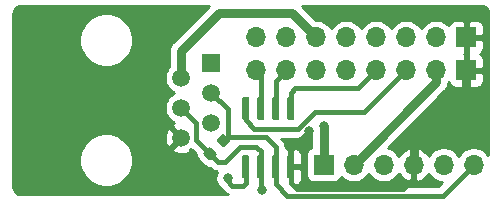
<source format=gbr>
G04 #@! TF.GenerationSoftware,KiCad,Pcbnew,(5.1.5)-3*
G04 #@! TF.CreationDate,2020-07-22T19:36:44+10:00*
G04 #@! TF.ProjectId,USART_BoSL_Bus,55534152-545f-4426-9f53-4c5f4275732e,rev?*
G04 #@! TF.SameCoordinates,Original*
G04 #@! TF.FileFunction,Copper,L2,Bot*
G04 #@! TF.FilePolarity,Positive*
%FSLAX46Y46*%
G04 Gerber Fmt 4.6, Leading zero omitted, Abs format (unit mm)*
G04 Created by KiCad (PCBNEW (5.1.5)-3) date 2020-07-22 19:36:44*
%MOMM*%
%LPD*%
G04 APERTURE LIST*
%ADD10O,1.700000X1.700000*%
%ADD11R,1.700000X1.700000*%
%ADD12C,0.150000*%
%ADD13R,1.520000X1.520000*%
%ADD14C,1.520000*%
%ADD15C,0.800000*%
%ADD16C,0.800000*%
%ADD17C,0.400000*%
%ADD18C,0.254000*%
G04 APERTURE END LIST*
D10*
X145161000Y-126746000D03*
X142621000Y-126746000D03*
X140081000Y-126746000D03*
X137541000Y-126746000D03*
X135001000Y-126746000D03*
D11*
X132461000Y-126746000D03*
G04 #@! TA.AperFunction,SMDPad,CuDef*
D12*
G36*
X126021703Y-125960722D02*
G01*
X126036264Y-125962882D01*
X126050543Y-125966459D01*
X126064403Y-125971418D01*
X126077710Y-125977712D01*
X126090336Y-125985280D01*
X126102159Y-125994048D01*
X126113066Y-126003934D01*
X126122952Y-126014841D01*
X126131720Y-126026664D01*
X126139288Y-126039290D01*
X126145582Y-126052597D01*
X126150541Y-126066457D01*
X126154118Y-126080736D01*
X126156278Y-126095297D01*
X126157000Y-126110000D01*
X126157000Y-127760000D01*
X126156278Y-127774703D01*
X126154118Y-127789264D01*
X126150541Y-127803543D01*
X126145582Y-127817403D01*
X126139288Y-127830710D01*
X126131720Y-127843336D01*
X126122952Y-127855159D01*
X126113066Y-127866066D01*
X126102159Y-127875952D01*
X126090336Y-127884720D01*
X126077710Y-127892288D01*
X126064403Y-127898582D01*
X126050543Y-127903541D01*
X126036264Y-127907118D01*
X126021703Y-127909278D01*
X126007000Y-127910000D01*
X125707000Y-127910000D01*
X125692297Y-127909278D01*
X125677736Y-127907118D01*
X125663457Y-127903541D01*
X125649597Y-127898582D01*
X125636290Y-127892288D01*
X125623664Y-127884720D01*
X125611841Y-127875952D01*
X125600934Y-127866066D01*
X125591048Y-127855159D01*
X125582280Y-127843336D01*
X125574712Y-127830710D01*
X125568418Y-127817403D01*
X125563459Y-127803543D01*
X125559882Y-127789264D01*
X125557722Y-127774703D01*
X125557000Y-127760000D01*
X125557000Y-126110000D01*
X125557722Y-126095297D01*
X125559882Y-126080736D01*
X125563459Y-126066457D01*
X125568418Y-126052597D01*
X125574712Y-126039290D01*
X125582280Y-126026664D01*
X125591048Y-126014841D01*
X125600934Y-126003934D01*
X125611841Y-125994048D01*
X125623664Y-125985280D01*
X125636290Y-125977712D01*
X125649597Y-125971418D01*
X125663457Y-125966459D01*
X125677736Y-125962882D01*
X125692297Y-125960722D01*
X125707000Y-125960000D01*
X126007000Y-125960000D01*
X126021703Y-125960722D01*
G37*
G04 #@! TD.AperFunction*
G04 #@! TA.AperFunction,SMDPad,CuDef*
G36*
X127291703Y-125960722D02*
G01*
X127306264Y-125962882D01*
X127320543Y-125966459D01*
X127334403Y-125971418D01*
X127347710Y-125977712D01*
X127360336Y-125985280D01*
X127372159Y-125994048D01*
X127383066Y-126003934D01*
X127392952Y-126014841D01*
X127401720Y-126026664D01*
X127409288Y-126039290D01*
X127415582Y-126052597D01*
X127420541Y-126066457D01*
X127424118Y-126080736D01*
X127426278Y-126095297D01*
X127427000Y-126110000D01*
X127427000Y-127760000D01*
X127426278Y-127774703D01*
X127424118Y-127789264D01*
X127420541Y-127803543D01*
X127415582Y-127817403D01*
X127409288Y-127830710D01*
X127401720Y-127843336D01*
X127392952Y-127855159D01*
X127383066Y-127866066D01*
X127372159Y-127875952D01*
X127360336Y-127884720D01*
X127347710Y-127892288D01*
X127334403Y-127898582D01*
X127320543Y-127903541D01*
X127306264Y-127907118D01*
X127291703Y-127909278D01*
X127277000Y-127910000D01*
X126977000Y-127910000D01*
X126962297Y-127909278D01*
X126947736Y-127907118D01*
X126933457Y-127903541D01*
X126919597Y-127898582D01*
X126906290Y-127892288D01*
X126893664Y-127884720D01*
X126881841Y-127875952D01*
X126870934Y-127866066D01*
X126861048Y-127855159D01*
X126852280Y-127843336D01*
X126844712Y-127830710D01*
X126838418Y-127817403D01*
X126833459Y-127803543D01*
X126829882Y-127789264D01*
X126827722Y-127774703D01*
X126827000Y-127760000D01*
X126827000Y-126110000D01*
X126827722Y-126095297D01*
X126829882Y-126080736D01*
X126833459Y-126066457D01*
X126838418Y-126052597D01*
X126844712Y-126039290D01*
X126852280Y-126026664D01*
X126861048Y-126014841D01*
X126870934Y-126003934D01*
X126881841Y-125994048D01*
X126893664Y-125985280D01*
X126906290Y-125977712D01*
X126919597Y-125971418D01*
X126933457Y-125966459D01*
X126947736Y-125962882D01*
X126962297Y-125960722D01*
X126977000Y-125960000D01*
X127277000Y-125960000D01*
X127291703Y-125960722D01*
G37*
G04 #@! TD.AperFunction*
G04 #@! TA.AperFunction,SMDPad,CuDef*
G36*
X128561703Y-125960722D02*
G01*
X128576264Y-125962882D01*
X128590543Y-125966459D01*
X128604403Y-125971418D01*
X128617710Y-125977712D01*
X128630336Y-125985280D01*
X128642159Y-125994048D01*
X128653066Y-126003934D01*
X128662952Y-126014841D01*
X128671720Y-126026664D01*
X128679288Y-126039290D01*
X128685582Y-126052597D01*
X128690541Y-126066457D01*
X128694118Y-126080736D01*
X128696278Y-126095297D01*
X128697000Y-126110000D01*
X128697000Y-127760000D01*
X128696278Y-127774703D01*
X128694118Y-127789264D01*
X128690541Y-127803543D01*
X128685582Y-127817403D01*
X128679288Y-127830710D01*
X128671720Y-127843336D01*
X128662952Y-127855159D01*
X128653066Y-127866066D01*
X128642159Y-127875952D01*
X128630336Y-127884720D01*
X128617710Y-127892288D01*
X128604403Y-127898582D01*
X128590543Y-127903541D01*
X128576264Y-127907118D01*
X128561703Y-127909278D01*
X128547000Y-127910000D01*
X128247000Y-127910000D01*
X128232297Y-127909278D01*
X128217736Y-127907118D01*
X128203457Y-127903541D01*
X128189597Y-127898582D01*
X128176290Y-127892288D01*
X128163664Y-127884720D01*
X128151841Y-127875952D01*
X128140934Y-127866066D01*
X128131048Y-127855159D01*
X128122280Y-127843336D01*
X128114712Y-127830710D01*
X128108418Y-127817403D01*
X128103459Y-127803543D01*
X128099882Y-127789264D01*
X128097722Y-127774703D01*
X128097000Y-127760000D01*
X128097000Y-126110000D01*
X128097722Y-126095297D01*
X128099882Y-126080736D01*
X128103459Y-126066457D01*
X128108418Y-126052597D01*
X128114712Y-126039290D01*
X128122280Y-126026664D01*
X128131048Y-126014841D01*
X128140934Y-126003934D01*
X128151841Y-125994048D01*
X128163664Y-125985280D01*
X128176290Y-125977712D01*
X128189597Y-125971418D01*
X128203457Y-125966459D01*
X128217736Y-125962882D01*
X128232297Y-125960722D01*
X128247000Y-125960000D01*
X128547000Y-125960000D01*
X128561703Y-125960722D01*
G37*
G04 #@! TD.AperFunction*
G04 #@! TA.AperFunction,SMDPad,CuDef*
G36*
X129831703Y-125960722D02*
G01*
X129846264Y-125962882D01*
X129860543Y-125966459D01*
X129874403Y-125971418D01*
X129887710Y-125977712D01*
X129900336Y-125985280D01*
X129912159Y-125994048D01*
X129923066Y-126003934D01*
X129932952Y-126014841D01*
X129941720Y-126026664D01*
X129949288Y-126039290D01*
X129955582Y-126052597D01*
X129960541Y-126066457D01*
X129964118Y-126080736D01*
X129966278Y-126095297D01*
X129967000Y-126110000D01*
X129967000Y-127760000D01*
X129966278Y-127774703D01*
X129964118Y-127789264D01*
X129960541Y-127803543D01*
X129955582Y-127817403D01*
X129949288Y-127830710D01*
X129941720Y-127843336D01*
X129932952Y-127855159D01*
X129923066Y-127866066D01*
X129912159Y-127875952D01*
X129900336Y-127884720D01*
X129887710Y-127892288D01*
X129874403Y-127898582D01*
X129860543Y-127903541D01*
X129846264Y-127907118D01*
X129831703Y-127909278D01*
X129817000Y-127910000D01*
X129517000Y-127910000D01*
X129502297Y-127909278D01*
X129487736Y-127907118D01*
X129473457Y-127903541D01*
X129459597Y-127898582D01*
X129446290Y-127892288D01*
X129433664Y-127884720D01*
X129421841Y-127875952D01*
X129410934Y-127866066D01*
X129401048Y-127855159D01*
X129392280Y-127843336D01*
X129384712Y-127830710D01*
X129378418Y-127817403D01*
X129373459Y-127803543D01*
X129369882Y-127789264D01*
X129367722Y-127774703D01*
X129367000Y-127760000D01*
X129367000Y-126110000D01*
X129367722Y-126095297D01*
X129369882Y-126080736D01*
X129373459Y-126066457D01*
X129378418Y-126052597D01*
X129384712Y-126039290D01*
X129392280Y-126026664D01*
X129401048Y-126014841D01*
X129410934Y-126003934D01*
X129421841Y-125994048D01*
X129433664Y-125985280D01*
X129446290Y-125977712D01*
X129459597Y-125971418D01*
X129473457Y-125966459D01*
X129487736Y-125962882D01*
X129502297Y-125960722D01*
X129517000Y-125960000D01*
X129817000Y-125960000D01*
X129831703Y-125960722D01*
G37*
G04 #@! TD.AperFunction*
G04 #@! TA.AperFunction,SMDPad,CuDef*
G36*
X129831703Y-121010722D02*
G01*
X129846264Y-121012882D01*
X129860543Y-121016459D01*
X129874403Y-121021418D01*
X129887710Y-121027712D01*
X129900336Y-121035280D01*
X129912159Y-121044048D01*
X129923066Y-121053934D01*
X129932952Y-121064841D01*
X129941720Y-121076664D01*
X129949288Y-121089290D01*
X129955582Y-121102597D01*
X129960541Y-121116457D01*
X129964118Y-121130736D01*
X129966278Y-121145297D01*
X129967000Y-121160000D01*
X129967000Y-122810000D01*
X129966278Y-122824703D01*
X129964118Y-122839264D01*
X129960541Y-122853543D01*
X129955582Y-122867403D01*
X129949288Y-122880710D01*
X129941720Y-122893336D01*
X129932952Y-122905159D01*
X129923066Y-122916066D01*
X129912159Y-122925952D01*
X129900336Y-122934720D01*
X129887710Y-122942288D01*
X129874403Y-122948582D01*
X129860543Y-122953541D01*
X129846264Y-122957118D01*
X129831703Y-122959278D01*
X129817000Y-122960000D01*
X129517000Y-122960000D01*
X129502297Y-122959278D01*
X129487736Y-122957118D01*
X129473457Y-122953541D01*
X129459597Y-122948582D01*
X129446290Y-122942288D01*
X129433664Y-122934720D01*
X129421841Y-122925952D01*
X129410934Y-122916066D01*
X129401048Y-122905159D01*
X129392280Y-122893336D01*
X129384712Y-122880710D01*
X129378418Y-122867403D01*
X129373459Y-122853543D01*
X129369882Y-122839264D01*
X129367722Y-122824703D01*
X129367000Y-122810000D01*
X129367000Y-121160000D01*
X129367722Y-121145297D01*
X129369882Y-121130736D01*
X129373459Y-121116457D01*
X129378418Y-121102597D01*
X129384712Y-121089290D01*
X129392280Y-121076664D01*
X129401048Y-121064841D01*
X129410934Y-121053934D01*
X129421841Y-121044048D01*
X129433664Y-121035280D01*
X129446290Y-121027712D01*
X129459597Y-121021418D01*
X129473457Y-121016459D01*
X129487736Y-121012882D01*
X129502297Y-121010722D01*
X129517000Y-121010000D01*
X129817000Y-121010000D01*
X129831703Y-121010722D01*
G37*
G04 #@! TD.AperFunction*
G04 #@! TA.AperFunction,SMDPad,CuDef*
G36*
X128561703Y-121010722D02*
G01*
X128576264Y-121012882D01*
X128590543Y-121016459D01*
X128604403Y-121021418D01*
X128617710Y-121027712D01*
X128630336Y-121035280D01*
X128642159Y-121044048D01*
X128653066Y-121053934D01*
X128662952Y-121064841D01*
X128671720Y-121076664D01*
X128679288Y-121089290D01*
X128685582Y-121102597D01*
X128690541Y-121116457D01*
X128694118Y-121130736D01*
X128696278Y-121145297D01*
X128697000Y-121160000D01*
X128697000Y-122810000D01*
X128696278Y-122824703D01*
X128694118Y-122839264D01*
X128690541Y-122853543D01*
X128685582Y-122867403D01*
X128679288Y-122880710D01*
X128671720Y-122893336D01*
X128662952Y-122905159D01*
X128653066Y-122916066D01*
X128642159Y-122925952D01*
X128630336Y-122934720D01*
X128617710Y-122942288D01*
X128604403Y-122948582D01*
X128590543Y-122953541D01*
X128576264Y-122957118D01*
X128561703Y-122959278D01*
X128547000Y-122960000D01*
X128247000Y-122960000D01*
X128232297Y-122959278D01*
X128217736Y-122957118D01*
X128203457Y-122953541D01*
X128189597Y-122948582D01*
X128176290Y-122942288D01*
X128163664Y-122934720D01*
X128151841Y-122925952D01*
X128140934Y-122916066D01*
X128131048Y-122905159D01*
X128122280Y-122893336D01*
X128114712Y-122880710D01*
X128108418Y-122867403D01*
X128103459Y-122853543D01*
X128099882Y-122839264D01*
X128097722Y-122824703D01*
X128097000Y-122810000D01*
X128097000Y-121160000D01*
X128097722Y-121145297D01*
X128099882Y-121130736D01*
X128103459Y-121116457D01*
X128108418Y-121102597D01*
X128114712Y-121089290D01*
X128122280Y-121076664D01*
X128131048Y-121064841D01*
X128140934Y-121053934D01*
X128151841Y-121044048D01*
X128163664Y-121035280D01*
X128176290Y-121027712D01*
X128189597Y-121021418D01*
X128203457Y-121016459D01*
X128217736Y-121012882D01*
X128232297Y-121010722D01*
X128247000Y-121010000D01*
X128547000Y-121010000D01*
X128561703Y-121010722D01*
G37*
G04 #@! TD.AperFunction*
G04 #@! TA.AperFunction,SMDPad,CuDef*
G36*
X127291703Y-121010722D02*
G01*
X127306264Y-121012882D01*
X127320543Y-121016459D01*
X127334403Y-121021418D01*
X127347710Y-121027712D01*
X127360336Y-121035280D01*
X127372159Y-121044048D01*
X127383066Y-121053934D01*
X127392952Y-121064841D01*
X127401720Y-121076664D01*
X127409288Y-121089290D01*
X127415582Y-121102597D01*
X127420541Y-121116457D01*
X127424118Y-121130736D01*
X127426278Y-121145297D01*
X127427000Y-121160000D01*
X127427000Y-122810000D01*
X127426278Y-122824703D01*
X127424118Y-122839264D01*
X127420541Y-122853543D01*
X127415582Y-122867403D01*
X127409288Y-122880710D01*
X127401720Y-122893336D01*
X127392952Y-122905159D01*
X127383066Y-122916066D01*
X127372159Y-122925952D01*
X127360336Y-122934720D01*
X127347710Y-122942288D01*
X127334403Y-122948582D01*
X127320543Y-122953541D01*
X127306264Y-122957118D01*
X127291703Y-122959278D01*
X127277000Y-122960000D01*
X126977000Y-122960000D01*
X126962297Y-122959278D01*
X126947736Y-122957118D01*
X126933457Y-122953541D01*
X126919597Y-122948582D01*
X126906290Y-122942288D01*
X126893664Y-122934720D01*
X126881841Y-122925952D01*
X126870934Y-122916066D01*
X126861048Y-122905159D01*
X126852280Y-122893336D01*
X126844712Y-122880710D01*
X126838418Y-122867403D01*
X126833459Y-122853543D01*
X126829882Y-122839264D01*
X126827722Y-122824703D01*
X126827000Y-122810000D01*
X126827000Y-121160000D01*
X126827722Y-121145297D01*
X126829882Y-121130736D01*
X126833459Y-121116457D01*
X126838418Y-121102597D01*
X126844712Y-121089290D01*
X126852280Y-121076664D01*
X126861048Y-121064841D01*
X126870934Y-121053934D01*
X126881841Y-121044048D01*
X126893664Y-121035280D01*
X126906290Y-121027712D01*
X126919597Y-121021418D01*
X126933457Y-121016459D01*
X126947736Y-121012882D01*
X126962297Y-121010722D01*
X126977000Y-121010000D01*
X127277000Y-121010000D01*
X127291703Y-121010722D01*
G37*
G04 #@! TD.AperFunction*
G04 #@! TA.AperFunction,SMDPad,CuDef*
G36*
X126021703Y-121010722D02*
G01*
X126036264Y-121012882D01*
X126050543Y-121016459D01*
X126064403Y-121021418D01*
X126077710Y-121027712D01*
X126090336Y-121035280D01*
X126102159Y-121044048D01*
X126113066Y-121053934D01*
X126122952Y-121064841D01*
X126131720Y-121076664D01*
X126139288Y-121089290D01*
X126145582Y-121102597D01*
X126150541Y-121116457D01*
X126154118Y-121130736D01*
X126156278Y-121145297D01*
X126157000Y-121160000D01*
X126157000Y-122810000D01*
X126156278Y-122824703D01*
X126154118Y-122839264D01*
X126150541Y-122853543D01*
X126145582Y-122867403D01*
X126139288Y-122880710D01*
X126131720Y-122893336D01*
X126122952Y-122905159D01*
X126113066Y-122916066D01*
X126102159Y-122925952D01*
X126090336Y-122934720D01*
X126077710Y-122942288D01*
X126064403Y-122948582D01*
X126050543Y-122953541D01*
X126036264Y-122957118D01*
X126021703Y-122959278D01*
X126007000Y-122960000D01*
X125707000Y-122960000D01*
X125692297Y-122959278D01*
X125677736Y-122957118D01*
X125663457Y-122953541D01*
X125649597Y-122948582D01*
X125636290Y-122942288D01*
X125623664Y-122934720D01*
X125611841Y-122925952D01*
X125600934Y-122916066D01*
X125591048Y-122905159D01*
X125582280Y-122893336D01*
X125574712Y-122880710D01*
X125568418Y-122867403D01*
X125563459Y-122853543D01*
X125559882Y-122839264D01*
X125557722Y-122824703D01*
X125557000Y-122810000D01*
X125557000Y-121160000D01*
X125557722Y-121145297D01*
X125559882Y-121130736D01*
X125563459Y-121116457D01*
X125568418Y-121102597D01*
X125574712Y-121089290D01*
X125582280Y-121076664D01*
X125591048Y-121064841D01*
X125600934Y-121053934D01*
X125611841Y-121044048D01*
X125623664Y-121035280D01*
X125636290Y-121027712D01*
X125649597Y-121021418D01*
X125663457Y-121016459D01*
X125677736Y-121012882D01*
X125692297Y-121010722D01*
X125707000Y-121010000D01*
X126007000Y-121010000D01*
X126021703Y-121010722D01*
G37*
G04 #@! TD.AperFunction*
G04 #@! TA.AperFunction,SMDPad,CuDef*
G36*
X123946924Y-124160427D02*
G01*
X123968159Y-124163577D01*
X123988983Y-124168793D01*
X124009195Y-124176025D01*
X124028601Y-124185204D01*
X124047014Y-124196240D01*
X124064257Y-124209028D01*
X124080163Y-124223444D01*
X124442556Y-124585837D01*
X124456972Y-124601743D01*
X124469760Y-124618986D01*
X124480796Y-124637399D01*
X124489975Y-124656805D01*
X124497207Y-124677017D01*
X124502423Y-124697841D01*
X124505573Y-124719076D01*
X124506626Y-124740517D01*
X124505573Y-124761958D01*
X124502423Y-124783193D01*
X124497207Y-124804017D01*
X124489975Y-124824229D01*
X124480796Y-124843635D01*
X124469760Y-124862048D01*
X124456972Y-124879291D01*
X124442556Y-124895197D01*
X124133197Y-125204556D01*
X124117291Y-125218972D01*
X124100048Y-125231760D01*
X124081635Y-125242796D01*
X124062229Y-125251975D01*
X124042017Y-125259207D01*
X124021193Y-125264423D01*
X123999958Y-125267573D01*
X123978517Y-125268626D01*
X123957076Y-125267573D01*
X123935841Y-125264423D01*
X123915017Y-125259207D01*
X123894805Y-125251975D01*
X123875399Y-125242796D01*
X123856986Y-125231760D01*
X123839743Y-125218972D01*
X123823837Y-125204556D01*
X123461444Y-124842163D01*
X123447028Y-124826257D01*
X123434240Y-124809014D01*
X123423204Y-124790601D01*
X123414025Y-124771195D01*
X123406793Y-124750983D01*
X123401577Y-124730159D01*
X123398427Y-124708924D01*
X123397374Y-124687483D01*
X123398427Y-124666042D01*
X123401577Y-124644807D01*
X123406793Y-124623983D01*
X123414025Y-124603771D01*
X123423204Y-124584365D01*
X123434240Y-124565952D01*
X123447028Y-124548709D01*
X123461444Y-124532803D01*
X123770803Y-124223444D01*
X123786709Y-124209028D01*
X123803952Y-124196240D01*
X123822365Y-124185204D01*
X123841771Y-124176025D01*
X123861983Y-124168793D01*
X123882807Y-124163577D01*
X123904042Y-124160427D01*
X123925483Y-124159374D01*
X123946924Y-124160427D01*
G37*
G04 #@! TD.AperFunction*
G04 #@! TA.AperFunction,SMDPad,CuDef*
G36*
X122833230Y-125274121D02*
G01*
X122854465Y-125277271D01*
X122875289Y-125282487D01*
X122895501Y-125289719D01*
X122914907Y-125298898D01*
X122933320Y-125309934D01*
X122950563Y-125322722D01*
X122966469Y-125337138D01*
X123328862Y-125699531D01*
X123343278Y-125715437D01*
X123356066Y-125732680D01*
X123367102Y-125751093D01*
X123376281Y-125770499D01*
X123383513Y-125790711D01*
X123388729Y-125811535D01*
X123391879Y-125832770D01*
X123392932Y-125854211D01*
X123391879Y-125875652D01*
X123388729Y-125896887D01*
X123383513Y-125917711D01*
X123376281Y-125937923D01*
X123367102Y-125957329D01*
X123356066Y-125975742D01*
X123343278Y-125992985D01*
X123328862Y-126008891D01*
X123019503Y-126318250D01*
X123003597Y-126332666D01*
X122986354Y-126345454D01*
X122967941Y-126356490D01*
X122948535Y-126365669D01*
X122928323Y-126372901D01*
X122907499Y-126378117D01*
X122886264Y-126381267D01*
X122864823Y-126382320D01*
X122843382Y-126381267D01*
X122822147Y-126378117D01*
X122801323Y-126372901D01*
X122781111Y-126365669D01*
X122761705Y-126356490D01*
X122743292Y-126345454D01*
X122726049Y-126332666D01*
X122710143Y-126318250D01*
X122347750Y-125955857D01*
X122333334Y-125939951D01*
X122320546Y-125922708D01*
X122309510Y-125904295D01*
X122300331Y-125884889D01*
X122293099Y-125864677D01*
X122287883Y-125843853D01*
X122284733Y-125822618D01*
X122283680Y-125801177D01*
X122284733Y-125779736D01*
X122287883Y-125758501D01*
X122293099Y-125737677D01*
X122300331Y-125717465D01*
X122309510Y-125698059D01*
X122320546Y-125679646D01*
X122333334Y-125662403D01*
X122347750Y-125646497D01*
X122657109Y-125337138D01*
X122673015Y-125322722D01*
X122690258Y-125309934D01*
X122708671Y-125298898D01*
X122728077Y-125289719D01*
X122748289Y-125282487D01*
X122769113Y-125277271D01*
X122790348Y-125274121D01*
X122811789Y-125273068D01*
X122833230Y-125274121D01*
G37*
G04 #@! TD.AperFunction*
D10*
X126746000Y-118745000D03*
X129286000Y-118745000D03*
X131826000Y-118745000D03*
X134366000Y-118745000D03*
X136906000Y-118745000D03*
X139446000Y-118745000D03*
X141986000Y-118745000D03*
D11*
X144526000Y-118745000D03*
D10*
X126746000Y-115951000D03*
X129286000Y-115951000D03*
X131826000Y-115951000D03*
X134366000Y-115951000D03*
X136906000Y-115951000D03*
X139446000Y-115951000D03*
X141986000Y-115951000D03*
D11*
X144526000Y-115951000D03*
D13*
X122936000Y-118110000D03*
D14*
X120396000Y-119380000D03*
X122936000Y-120650000D03*
X120396000Y-121920000D03*
X122936000Y-123190000D03*
X120396000Y-124460000D03*
D15*
X132461000Y-123444000D03*
X127254000Y-128905000D03*
X124332998Y-127889000D03*
X131248686Y-123882686D03*
D16*
X132461000Y-126746000D02*
X132461000Y-123444000D01*
X129794000Y-113919000D02*
X131826000Y-115951000D01*
X123571000Y-113919000D02*
X129794000Y-113919000D01*
X120396000Y-119380000D02*
X120396000Y-117094000D01*
X120396000Y-117094000D02*
X123571000Y-113919000D01*
D17*
X124333000Y-124333000D02*
X123952000Y-124714000D01*
X122936000Y-120650000D02*
X124333000Y-122047000D01*
X124333000Y-122047000D02*
X124333000Y-124333000D01*
X128397000Y-125222000D02*
X128397000Y-126935000D01*
X123952000Y-124714000D02*
X124261359Y-124404641D01*
X127579641Y-124404641D02*
X128397000Y-125222000D01*
X124261359Y-124404641D02*
X127579641Y-124404641D01*
X142528985Y-129378015D02*
X144311001Y-127595999D01*
X129926473Y-129378015D02*
X142528985Y-129378015D01*
X129378015Y-129378015D02*
X129926473Y-129378015D01*
X128397000Y-126935000D02*
X128397000Y-128397000D01*
X128397000Y-128397000D02*
X129378015Y-129378015D01*
X144311001Y-127595999D02*
X145161000Y-126746000D01*
X123502612Y-126492000D02*
X122838306Y-125827694D01*
X127127000Y-125603000D02*
X126746000Y-125222000D01*
X124079000Y-126492000D02*
X123502612Y-126492000D01*
X127127000Y-126935000D02*
X127127000Y-125603000D01*
X126746000Y-125222000D02*
X125349000Y-125222000D01*
X125349000Y-125222000D02*
X124079000Y-126492000D01*
X121666000Y-124655388D02*
X122838306Y-125827694D01*
X120396000Y-121920000D02*
X121666000Y-123190000D01*
X121666000Y-123190000D02*
X121666000Y-124655388D01*
X127127000Y-128778000D02*
X127254000Y-128905000D01*
X127127000Y-126935000D02*
X127127000Y-128778000D01*
D16*
X141986000Y-119761000D02*
X141986000Y-118745000D01*
X135001000Y-126746000D02*
X141986000Y-119761000D01*
D17*
X124332998Y-128142998D02*
X124332998Y-127889000D01*
X125603000Y-128524000D02*
X124714000Y-128524000D01*
X125857000Y-126935000D02*
X125857000Y-128270000D01*
X124714000Y-128524000D02*
X124332998Y-128142998D01*
X125857000Y-128270000D02*
X125603000Y-128524000D01*
X127127000Y-119126000D02*
X126746000Y-118745000D01*
X127127000Y-121985000D02*
X127127000Y-119126000D01*
X128397000Y-119634000D02*
X129286000Y-118745000D01*
X128397000Y-121985000D02*
X128397000Y-119634000D01*
X129667000Y-121985000D02*
X129667000Y-120650000D01*
X129667000Y-120650000D02*
X130048000Y-120269000D01*
X135382000Y-120269000D02*
X136906000Y-118745000D01*
X130048000Y-120269000D02*
X135382000Y-120269000D01*
D16*
X144526000Y-118745000D02*
X144526000Y-120395000D01*
X140081000Y-124840000D02*
X140081000Y-126746000D01*
X144526000Y-120395000D02*
X140081000Y-124840000D01*
D17*
X129667000Y-125476000D02*
X129667000Y-126935000D01*
X131248686Y-123882686D02*
X131248686Y-123894314D01*
X131248686Y-123894314D02*
X129667000Y-125476000D01*
X129667000Y-128270000D02*
X130175000Y-128778000D01*
X129667000Y-126935000D02*
X129667000Y-128270000D01*
X140081000Y-127889000D02*
X140081000Y-126746000D01*
X130175000Y-128778000D02*
X139192000Y-128778000D01*
X139192000Y-128778000D02*
X140081000Y-127889000D01*
X138596001Y-119594999D02*
X139446000Y-118745000D01*
X135890000Y-122301000D02*
X138596001Y-119594999D01*
X125857000Y-122960000D02*
X126595000Y-123698000D01*
X125857000Y-121985000D02*
X125857000Y-122960000D01*
X126595000Y-123698000D02*
X130302000Y-123698000D01*
X131699000Y-122301000D02*
X135890000Y-122301000D01*
X130302000Y-123698000D02*
X131699000Y-122301000D01*
D18*
G36*
X119700092Y-116326198D02*
G01*
X119660605Y-116358604D01*
X119628198Y-116398092D01*
X119628197Y-116398093D01*
X119531266Y-116516203D01*
X119435160Y-116696007D01*
X119375977Y-116891105D01*
X119355994Y-117094000D01*
X119361001Y-117144838D01*
X119361000Y-118442172D01*
X119312433Y-118490739D01*
X119159767Y-118719220D01*
X119054609Y-118973093D01*
X119001000Y-119242604D01*
X119001000Y-119517396D01*
X119054609Y-119786907D01*
X119159767Y-120040780D01*
X119312433Y-120269261D01*
X119506739Y-120463567D01*
X119735220Y-120616233D01*
X119816740Y-120650000D01*
X119735220Y-120683767D01*
X119506739Y-120836433D01*
X119312433Y-121030739D01*
X119159767Y-121259220D01*
X119054609Y-121513093D01*
X119001000Y-121782604D01*
X119001000Y-122057396D01*
X119054609Y-122326907D01*
X119159767Y-122580780D01*
X119312433Y-122809261D01*
X119506739Y-123003567D01*
X119735220Y-123156233D01*
X119811501Y-123187830D01*
X119793674Y-123194256D01*
X119678206Y-123255975D01*
X119611469Y-123495863D01*
X120396000Y-124280395D01*
X120410142Y-124266252D01*
X120589748Y-124445858D01*
X120575605Y-124460000D01*
X120589748Y-124474142D01*
X120410142Y-124653748D01*
X120396000Y-124639605D01*
X119611469Y-125424137D01*
X119678206Y-125664025D01*
X119926892Y-125780924D01*
X120193606Y-125847061D01*
X120468097Y-125859895D01*
X120739817Y-125818931D01*
X120998326Y-125725744D01*
X121113794Y-125664025D01*
X121180531Y-125424139D01*
X121296948Y-125540556D01*
X121333625Y-125503880D01*
X121647213Y-125817468D01*
X121662072Y-125968335D01*
X121710830Y-126129069D01*
X121790009Y-126277202D01*
X121896565Y-126407042D01*
X122258958Y-126769435D01*
X122388798Y-126875991D01*
X122536931Y-126955170D01*
X122697665Y-127003928D01*
X122848531Y-127018787D01*
X122883175Y-127053431D01*
X122909321Y-127085291D01*
X122941180Y-127111437D01*
X122941182Y-127111439D01*
X122963621Y-127129854D01*
X123036466Y-127189636D01*
X123181525Y-127267172D01*
X123338923Y-127314918D01*
X123461593Y-127327000D01*
X123461594Y-127327000D01*
X123463599Y-127327197D01*
X123415793Y-127398744D01*
X123337772Y-127587102D01*
X123297998Y-127787061D01*
X123297998Y-127990939D01*
X123337772Y-128190898D01*
X123415793Y-128379256D01*
X123529061Y-128548774D01*
X123673224Y-128692937D01*
X123746726Y-128742049D01*
X123771577Y-128762444D01*
X124094554Y-129085421D01*
X124120709Y-129117291D01*
X124247854Y-129221636D01*
X124321499Y-129261000D01*
X106839279Y-129261000D01*
X106689131Y-129246278D01*
X106575754Y-129212047D01*
X106471183Y-129156446D01*
X106379405Y-129081594D01*
X106303909Y-128990335D01*
X106247581Y-128886160D01*
X106212560Y-128773024D01*
X106197000Y-128624979D01*
X106197000Y-126137409D01*
X111786000Y-126137409D01*
X111786000Y-126582591D01*
X111872851Y-127019218D01*
X112043214Y-127430511D01*
X112290544Y-127800666D01*
X112605334Y-128115456D01*
X112975489Y-128362786D01*
X113386782Y-128533149D01*
X113823409Y-128620000D01*
X114268591Y-128620000D01*
X114705218Y-128533149D01*
X115116511Y-128362786D01*
X115486666Y-128115456D01*
X115801456Y-127800666D01*
X116048786Y-127430511D01*
X116219149Y-127019218D01*
X116306000Y-126582591D01*
X116306000Y-126137409D01*
X116219149Y-125700782D01*
X116048786Y-125289489D01*
X115801456Y-124919334D01*
X115486666Y-124604544D01*
X115378242Y-124532097D01*
X118996105Y-124532097D01*
X119037069Y-124803817D01*
X119130256Y-125062326D01*
X119191975Y-125177794D01*
X119431863Y-125244531D01*
X120216395Y-124460000D01*
X119431863Y-123675469D01*
X119191975Y-123742206D01*
X119075076Y-123990892D01*
X119008939Y-124257606D01*
X118996105Y-124532097D01*
X115378242Y-124532097D01*
X115116511Y-124357214D01*
X114705218Y-124186851D01*
X114268591Y-124100000D01*
X113823409Y-124100000D01*
X113386782Y-124186851D01*
X112975489Y-124357214D01*
X112605334Y-124604544D01*
X112290544Y-124919334D01*
X112043214Y-125289489D01*
X111872851Y-125700782D01*
X111786000Y-126137409D01*
X106197000Y-126137409D01*
X106197000Y-115977409D01*
X111786000Y-115977409D01*
X111786000Y-116422591D01*
X111872851Y-116859218D01*
X112043214Y-117270511D01*
X112290544Y-117640666D01*
X112605334Y-117955456D01*
X112975489Y-118202786D01*
X113386782Y-118373149D01*
X113823409Y-118460000D01*
X114268591Y-118460000D01*
X114705218Y-118373149D01*
X115116511Y-118202786D01*
X115486666Y-117955456D01*
X115801456Y-117640666D01*
X116048786Y-117270511D01*
X116219149Y-116859218D01*
X116306000Y-116422591D01*
X116306000Y-115977409D01*
X116219149Y-115540782D01*
X116048786Y-115129489D01*
X115801456Y-114759334D01*
X115486666Y-114444544D01*
X115116511Y-114197214D01*
X114705218Y-114026851D01*
X114268591Y-113940000D01*
X113823409Y-113940000D01*
X113386782Y-114026851D01*
X112975489Y-114197214D01*
X112605334Y-114444544D01*
X112290544Y-114759334D01*
X112043214Y-115129489D01*
X111872851Y-115540782D01*
X111786000Y-115977409D01*
X106197000Y-115977409D01*
X106197000Y-113951279D01*
X106211722Y-113801131D01*
X106245953Y-113687754D01*
X106301555Y-113583181D01*
X106376407Y-113491404D01*
X106467664Y-113415909D01*
X106571844Y-113359581D01*
X106684976Y-113324560D01*
X106833022Y-113309000D01*
X122717289Y-113309000D01*
X119700092Y-116326198D01*
G37*
X119700092Y-116326198D02*
X119660605Y-116358604D01*
X119628198Y-116398092D01*
X119628197Y-116398093D01*
X119531266Y-116516203D01*
X119435160Y-116696007D01*
X119375977Y-116891105D01*
X119355994Y-117094000D01*
X119361001Y-117144838D01*
X119361000Y-118442172D01*
X119312433Y-118490739D01*
X119159767Y-118719220D01*
X119054609Y-118973093D01*
X119001000Y-119242604D01*
X119001000Y-119517396D01*
X119054609Y-119786907D01*
X119159767Y-120040780D01*
X119312433Y-120269261D01*
X119506739Y-120463567D01*
X119735220Y-120616233D01*
X119816740Y-120650000D01*
X119735220Y-120683767D01*
X119506739Y-120836433D01*
X119312433Y-121030739D01*
X119159767Y-121259220D01*
X119054609Y-121513093D01*
X119001000Y-121782604D01*
X119001000Y-122057396D01*
X119054609Y-122326907D01*
X119159767Y-122580780D01*
X119312433Y-122809261D01*
X119506739Y-123003567D01*
X119735220Y-123156233D01*
X119811501Y-123187830D01*
X119793674Y-123194256D01*
X119678206Y-123255975D01*
X119611469Y-123495863D01*
X120396000Y-124280395D01*
X120410142Y-124266252D01*
X120589748Y-124445858D01*
X120575605Y-124460000D01*
X120589748Y-124474142D01*
X120410142Y-124653748D01*
X120396000Y-124639605D01*
X119611469Y-125424137D01*
X119678206Y-125664025D01*
X119926892Y-125780924D01*
X120193606Y-125847061D01*
X120468097Y-125859895D01*
X120739817Y-125818931D01*
X120998326Y-125725744D01*
X121113794Y-125664025D01*
X121180531Y-125424139D01*
X121296948Y-125540556D01*
X121333625Y-125503880D01*
X121647213Y-125817468D01*
X121662072Y-125968335D01*
X121710830Y-126129069D01*
X121790009Y-126277202D01*
X121896565Y-126407042D01*
X122258958Y-126769435D01*
X122388798Y-126875991D01*
X122536931Y-126955170D01*
X122697665Y-127003928D01*
X122848531Y-127018787D01*
X122883175Y-127053431D01*
X122909321Y-127085291D01*
X122941180Y-127111437D01*
X122941182Y-127111439D01*
X122963621Y-127129854D01*
X123036466Y-127189636D01*
X123181525Y-127267172D01*
X123338923Y-127314918D01*
X123461593Y-127327000D01*
X123461594Y-127327000D01*
X123463599Y-127327197D01*
X123415793Y-127398744D01*
X123337772Y-127587102D01*
X123297998Y-127787061D01*
X123297998Y-127990939D01*
X123337772Y-128190898D01*
X123415793Y-128379256D01*
X123529061Y-128548774D01*
X123673224Y-128692937D01*
X123746726Y-128742049D01*
X123771577Y-128762444D01*
X124094554Y-129085421D01*
X124120709Y-129117291D01*
X124247854Y-129221636D01*
X124321499Y-129261000D01*
X106839279Y-129261000D01*
X106689131Y-129246278D01*
X106575754Y-129212047D01*
X106471183Y-129156446D01*
X106379405Y-129081594D01*
X106303909Y-128990335D01*
X106247581Y-128886160D01*
X106212560Y-128773024D01*
X106197000Y-128624979D01*
X106197000Y-126137409D01*
X111786000Y-126137409D01*
X111786000Y-126582591D01*
X111872851Y-127019218D01*
X112043214Y-127430511D01*
X112290544Y-127800666D01*
X112605334Y-128115456D01*
X112975489Y-128362786D01*
X113386782Y-128533149D01*
X113823409Y-128620000D01*
X114268591Y-128620000D01*
X114705218Y-128533149D01*
X115116511Y-128362786D01*
X115486666Y-128115456D01*
X115801456Y-127800666D01*
X116048786Y-127430511D01*
X116219149Y-127019218D01*
X116306000Y-126582591D01*
X116306000Y-126137409D01*
X116219149Y-125700782D01*
X116048786Y-125289489D01*
X115801456Y-124919334D01*
X115486666Y-124604544D01*
X115378242Y-124532097D01*
X118996105Y-124532097D01*
X119037069Y-124803817D01*
X119130256Y-125062326D01*
X119191975Y-125177794D01*
X119431863Y-125244531D01*
X120216395Y-124460000D01*
X119431863Y-123675469D01*
X119191975Y-123742206D01*
X119075076Y-123990892D01*
X119008939Y-124257606D01*
X118996105Y-124532097D01*
X115378242Y-124532097D01*
X115116511Y-124357214D01*
X114705218Y-124186851D01*
X114268591Y-124100000D01*
X113823409Y-124100000D01*
X113386782Y-124186851D01*
X112975489Y-124357214D01*
X112605334Y-124604544D01*
X112290544Y-124919334D01*
X112043214Y-125289489D01*
X111872851Y-125700782D01*
X111786000Y-126137409D01*
X106197000Y-126137409D01*
X106197000Y-115977409D01*
X111786000Y-115977409D01*
X111786000Y-116422591D01*
X111872851Y-116859218D01*
X112043214Y-117270511D01*
X112290544Y-117640666D01*
X112605334Y-117955456D01*
X112975489Y-118202786D01*
X113386782Y-118373149D01*
X113823409Y-118460000D01*
X114268591Y-118460000D01*
X114705218Y-118373149D01*
X115116511Y-118202786D01*
X115486666Y-117955456D01*
X115801456Y-117640666D01*
X116048786Y-117270511D01*
X116219149Y-116859218D01*
X116306000Y-116422591D01*
X116306000Y-115977409D01*
X116219149Y-115540782D01*
X116048786Y-115129489D01*
X115801456Y-114759334D01*
X115486666Y-114444544D01*
X115116511Y-114197214D01*
X114705218Y-114026851D01*
X114268591Y-113940000D01*
X113823409Y-113940000D01*
X113386782Y-114026851D01*
X112975489Y-114197214D01*
X112605334Y-114444544D01*
X112290544Y-114759334D01*
X112043214Y-115129489D01*
X111872851Y-115540782D01*
X111786000Y-115977409D01*
X106197000Y-115977409D01*
X106197000Y-113951279D01*
X106211722Y-113801131D01*
X106245953Y-113687754D01*
X106301555Y-113583181D01*
X106376407Y-113491404D01*
X106467664Y-113415909D01*
X106571844Y-113359581D01*
X106684976Y-113324560D01*
X106833022Y-113309000D01*
X122717289Y-113309000D01*
X119700092Y-116326198D01*
G36*
X145913869Y-113323722D02*
G01*
X146027246Y-113357953D01*
X146131819Y-113413555D01*
X146223596Y-113488407D01*
X146299091Y-113579664D01*
X146355419Y-113683844D01*
X146390440Y-113796976D01*
X146406001Y-113945031D01*
X146406000Y-125936345D01*
X146314475Y-125799368D01*
X146107632Y-125592525D01*
X145864411Y-125430010D01*
X145594158Y-125318068D01*
X145307260Y-125261000D01*
X145014740Y-125261000D01*
X144727842Y-125318068D01*
X144457589Y-125430010D01*
X144214368Y-125592525D01*
X144007525Y-125799368D01*
X143891000Y-125973760D01*
X143774475Y-125799368D01*
X143567632Y-125592525D01*
X143324411Y-125430010D01*
X143054158Y-125318068D01*
X142767260Y-125261000D01*
X142474740Y-125261000D01*
X142187842Y-125318068D01*
X141917589Y-125430010D01*
X141674368Y-125592525D01*
X141467525Y-125799368D01*
X141345805Y-125981534D01*
X141276178Y-125864645D01*
X141081269Y-125648412D01*
X140847920Y-125474359D01*
X140585099Y-125349175D01*
X140437890Y-125304524D01*
X140208000Y-125425845D01*
X140208000Y-126619000D01*
X140228000Y-126619000D01*
X140228000Y-126873000D01*
X140208000Y-126873000D01*
X140208000Y-128066155D01*
X140437890Y-128187476D01*
X140585099Y-128142825D01*
X140847920Y-128017641D01*
X141081269Y-127843588D01*
X141276178Y-127627355D01*
X141345805Y-127510466D01*
X141467525Y-127692632D01*
X141674368Y-127899475D01*
X141917589Y-128061990D01*
X142187842Y-128173932D01*
X142474740Y-128231000D01*
X142495133Y-128231000D01*
X142183118Y-128543015D01*
X130018346Y-128543015D01*
X130091482Y-128535812D01*
X130211180Y-128499502D01*
X130321494Y-128440537D01*
X130418185Y-128361185D01*
X130497537Y-128264494D01*
X130556502Y-128154180D01*
X130592812Y-128034482D01*
X130605072Y-127910000D01*
X130602000Y-127220750D01*
X130443250Y-127062000D01*
X129794000Y-127062000D01*
X129794000Y-127082000D01*
X129540000Y-127082000D01*
X129540000Y-127062000D01*
X129520000Y-127062000D01*
X129520000Y-126808000D01*
X129540000Y-126808000D01*
X129540000Y-125483750D01*
X129794000Y-125483750D01*
X129794000Y-126808000D01*
X130443250Y-126808000D01*
X130602000Y-126649250D01*
X130605072Y-125960000D01*
X130592812Y-125835518D01*
X130556502Y-125715820D01*
X130497537Y-125605506D01*
X130418185Y-125508815D01*
X130321494Y-125429463D01*
X130211180Y-125370498D01*
X130091482Y-125334188D01*
X129967000Y-125321928D01*
X129952750Y-125325000D01*
X129794000Y-125483750D01*
X129540000Y-125483750D01*
X129381250Y-125325000D01*
X129367000Y-125321928D01*
X129242518Y-125334188D01*
X129232000Y-125337379D01*
X129232000Y-125263018D01*
X129236040Y-125221999D01*
X129219918Y-125058311D01*
X129172172Y-124900913D01*
X129094636Y-124755854D01*
X129060287Y-124714000D01*
X128990291Y-124628709D01*
X128958427Y-124602560D01*
X128888868Y-124533000D01*
X130260982Y-124533000D01*
X130302000Y-124537040D01*
X130343018Y-124533000D01*
X130343019Y-124533000D01*
X130465689Y-124520918D01*
X130623087Y-124473172D01*
X130768146Y-124395636D01*
X130895291Y-124291291D01*
X130921446Y-124259421D01*
X131426001Y-123754866D01*
X131426000Y-125288546D01*
X131366820Y-125306498D01*
X131256506Y-125365463D01*
X131159815Y-125444815D01*
X131080463Y-125541506D01*
X131021498Y-125651820D01*
X130985188Y-125771518D01*
X130972928Y-125896000D01*
X130972928Y-127596000D01*
X130985188Y-127720482D01*
X131021498Y-127840180D01*
X131080463Y-127950494D01*
X131159815Y-128047185D01*
X131256506Y-128126537D01*
X131366820Y-128185502D01*
X131486518Y-128221812D01*
X131611000Y-128234072D01*
X133311000Y-128234072D01*
X133435482Y-128221812D01*
X133555180Y-128185502D01*
X133665494Y-128126537D01*
X133762185Y-128047185D01*
X133841537Y-127950494D01*
X133900502Y-127840180D01*
X133922513Y-127767620D01*
X134054368Y-127899475D01*
X134297589Y-128061990D01*
X134567842Y-128173932D01*
X134854740Y-128231000D01*
X135147260Y-128231000D01*
X135434158Y-128173932D01*
X135704411Y-128061990D01*
X135947632Y-127899475D01*
X136154475Y-127692632D01*
X136271000Y-127518240D01*
X136387525Y-127692632D01*
X136594368Y-127899475D01*
X136837589Y-128061990D01*
X137107842Y-128173932D01*
X137394740Y-128231000D01*
X137687260Y-128231000D01*
X137974158Y-128173932D01*
X138244411Y-128061990D01*
X138487632Y-127899475D01*
X138694475Y-127692632D01*
X138816195Y-127510466D01*
X138885822Y-127627355D01*
X139080731Y-127843588D01*
X139314080Y-128017641D01*
X139576901Y-128142825D01*
X139724110Y-128187476D01*
X139954000Y-128066155D01*
X139954000Y-126873000D01*
X139934000Y-126873000D01*
X139934000Y-126619000D01*
X139954000Y-126619000D01*
X139954000Y-125425845D01*
X139724110Y-125304524D01*
X139576901Y-125349175D01*
X139314080Y-125474359D01*
X139080731Y-125648412D01*
X138885822Y-125864645D01*
X138816195Y-125981534D01*
X138694475Y-125799368D01*
X138487632Y-125592525D01*
X138244411Y-125430010D01*
X137974158Y-125318068D01*
X137906167Y-125304544D01*
X142681908Y-120528803D01*
X142721396Y-120496396D01*
X142773680Y-120432688D01*
X142850734Y-120338798D01*
X142908887Y-120230000D01*
X142946841Y-120158993D01*
X143006024Y-119963895D01*
X143021000Y-119811838D01*
X143021000Y-119811835D01*
X143021189Y-119809918D01*
X143064487Y-119766620D01*
X143086498Y-119839180D01*
X143145463Y-119949494D01*
X143224815Y-120046185D01*
X143321506Y-120125537D01*
X143431820Y-120184502D01*
X143551518Y-120220812D01*
X143676000Y-120233072D01*
X144240250Y-120230000D01*
X144399000Y-120071250D01*
X144399000Y-118872000D01*
X144653000Y-118872000D01*
X144653000Y-120071250D01*
X144811750Y-120230000D01*
X145376000Y-120233072D01*
X145500482Y-120220812D01*
X145620180Y-120184502D01*
X145730494Y-120125537D01*
X145827185Y-120046185D01*
X145906537Y-119949494D01*
X145965502Y-119839180D01*
X146001812Y-119719482D01*
X146014072Y-119595000D01*
X146011000Y-119030750D01*
X145852250Y-118872000D01*
X144653000Y-118872000D01*
X144399000Y-118872000D01*
X144379000Y-118872000D01*
X144379000Y-118618000D01*
X144399000Y-118618000D01*
X144399000Y-117418750D01*
X144328250Y-117348000D01*
X144399000Y-117277250D01*
X144399000Y-116078000D01*
X144653000Y-116078000D01*
X144653000Y-117277250D01*
X144723750Y-117348000D01*
X144653000Y-117418750D01*
X144653000Y-118618000D01*
X145852250Y-118618000D01*
X146011000Y-118459250D01*
X146014072Y-117895000D01*
X146001812Y-117770518D01*
X145965502Y-117650820D01*
X145906537Y-117540506D01*
X145827185Y-117443815D01*
X145730494Y-117364463D01*
X145699694Y-117348000D01*
X145730494Y-117331537D01*
X145827185Y-117252185D01*
X145906537Y-117155494D01*
X145965502Y-117045180D01*
X146001812Y-116925482D01*
X146014072Y-116801000D01*
X146011000Y-116236750D01*
X145852250Y-116078000D01*
X144653000Y-116078000D01*
X144399000Y-116078000D01*
X144379000Y-116078000D01*
X144379000Y-115824000D01*
X144399000Y-115824000D01*
X144399000Y-114624750D01*
X144653000Y-114624750D01*
X144653000Y-115824000D01*
X145852250Y-115824000D01*
X146011000Y-115665250D01*
X146014072Y-115101000D01*
X146001812Y-114976518D01*
X145965502Y-114856820D01*
X145906537Y-114746506D01*
X145827185Y-114649815D01*
X145730494Y-114570463D01*
X145620180Y-114511498D01*
X145500482Y-114475188D01*
X145376000Y-114462928D01*
X144811750Y-114466000D01*
X144653000Y-114624750D01*
X144399000Y-114624750D01*
X144240250Y-114466000D01*
X143676000Y-114462928D01*
X143551518Y-114475188D01*
X143431820Y-114511498D01*
X143321506Y-114570463D01*
X143224815Y-114649815D01*
X143145463Y-114746506D01*
X143086498Y-114856820D01*
X143064487Y-114929380D01*
X142932632Y-114797525D01*
X142689411Y-114635010D01*
X142419158Y-114523068D01*
X142132260Y-114466000D01*
X141839740Y-114466000D01*
X141552842Y-114523068D01*
X141282589Y-114635010D01*
X141039368Y-114797525D01*
X140832525Y-115004368D01*
X140716000Y-115178760D01*
X140599475Y-115004368D01*
X140392632Y-114797525D01*
X140149411Y-114635010D01*
X139879158Y-114523068D01*
X139592260Y-114466000D01*
X139299740Y-114466000D01*
X139012842Y-114523068D01*
X138742589Y-114635010D01*
X138499368Y-114797525D01*
X138292525Y-115004368D01*
X138176000Y-115178760D01*
X138059475Y-115004368D01*
X137852632Y-114797525D01*
X137609411Y-114635010D01*
X137339158Y-114523068D01*
X137052260Y-114466000D01*
X136759740Y-114466000D01*
X136472842Y-114523068D01*
X136202589Y-114635010D01*
X135959368Y-114797525D01*
X135752525Y-115004368D01*
X135636000Y-115178760D01*
X135519475Y-115004368D01*
X135312632Y-114797525D01*
X135069411Y-114635010D01*
X134799158Y-114523068D01*
X134512260Y-114466000D01*
X134219740Y-114466000D01*
X133932842Y-114523068D01*
X133662589Y-114635010D01*
X133419368Y-114797525D01*
X133212525Y-115004368D01*
X133096000Y-115178760D01*
X132979475Y-115004368D01*
X132772632Y-114797525D01*
X132529411Y-114635010D01*
X132259158Y-114523068D01*
X131972260Y-114466000D01*
X131804711Y-114466000D01*
X130647710Y-113309000D01*
X145763721Y-113309000D01*
X145913869Y-113323722D01*
G37*
X145913869Y-113323722D02*
X146027246Y-113357953D01*
X146131819Y-113413555D01*
X146223596Y-113488407D01*
X146299091Y-113579664D01*
X146355419Y-113683844D01*
X146390440Y-113796976D01*
X146406001Y-113945031D01*
X146406000Y-125936345D01*
X146314475Y-125799368D01*
X146107632Y-125592525D01*
X145864411Y-125430010D01*
X145594158Y-125318068D01*
X145307260Y-125261000D01*
X145014740Y-125261000D01*
X144727842Y-125318068D01*
X144457589Y-125430010D01*
X144214368Y-125592525D01*
X144007525Y-125799368D01*
X143891000Y-125973760D01*
X143774475Y-125799368D01*
X143567632Y-125592525D01*
X143324411Y-125430010D01*
X143054158Y-125318068D01*
X142767260Y-125261000D01*
X142474740Y-125261000D01*
X142187842Y-125318068D01*
X141917589Y-125430010D01*
X141674368Y-125592525D01*
X141467525Y-125799368D01*
X141345805Y-125981534D01*
X141276178Y-125864645D01*
X141081269Y-125648412D01*
X140847920Y-125474359D01*
X140585099Y-125349175D01*
X140437890Y-125304524D01*
X140208000Y-125425845D01*
X140208000Y-126619000D01*
X140228000Y-126619000D01*
X140228000Y-126873000D01*
X140208000Y-126873000D01*
X140208000Y-128066155D01*
X140437890Y-128187476D01*
X140585099Y-128142825D01*
X140847920Y-128017641D01*
X141081269Y-127843588D01*
X141276178Y-127627355D01*
X141345805Y-127510466D01*
X141467525Y-127692632D01*
X141674368Y-127899475D01*
X141917589Y-128061990D01*
X142187842Y-128173932D01*
X142474740Y-128231000D01*
X142495133Y-128231000D01*
X142183118Y-128543015D01*
X130018346Y-128543015D01*
X130091482Y-128535812D01*
X130211180Y-128499502D01*
X130321494Y-128440537D01*
X130418185Y-128361185D01*
X130497537Y-128264494D01*
X130556502Y-128154180D01*
X130592812Y-128034482D01*
X130605072Y-127910000D01*
X130602000Y-127220750D01*
X130443250Y-127062000D01*
X129794000Y-127062000D01*
X129794000Y-127082000D01*
X129540000Y-127082000D01*
X129540000Y-127062000D01*
X129520000Y-127062000D01*
X129520000Y-126808000D01*
X129540000Y-126808000D01*
X129540000Y-125483750D01*
X129794000Y-125483750D01*
X129794000Y-126808000D01*
X130443250Y-126808000D01*
X130602000Y-126649250D01*
X130605072Y-125960000D01*
X130592812Y-125835518D01*
X130556502Y-125715820D01*
X130497537Y-125605506D01*
X130418185Y-125508815D01*
X130321494Y-125429463D01*
X130211180Y-125370498D01*
X130091482Y-125334188D01*
X129967000Y-125321928D01*
X129952750Y-125325000D01*
X129794000Y-125483750D01*
X129540000Y-125483750D01*
X129381250Y-125325000D01*
X129367000Y-125321928D01*
X129242518Y-125334188D01*
X129232000Y-125337379D01*
X129232000Y-125263018D01*
X129236040Y-125221999D01*
X129219918Y-125058311D01*
X129172172Y-124900913D01*
X129094636Y-124755854D01*
X129060287Y-124714000D01*
X128990291Y-124628709D01*
X128958427Y-124602560D01*
X128888868Y-124533000D01*
X130260982Y-124533000D01*
X130302000Y-124537040D01*
X130343018Y-124533000D01*
X130343019Y-124533000D01*
X130465689Y-124520918D01*
X130623087Y-124473172D01*
X130768146Y-124395636D01*
X130895291Y-124291291D01*
X130921446Y-124259421D01*
X131426001Y-123754866D01*
X131426000Y-125288546D01*
X131366820Y-125306498D01*
X131256506Y-125365463D01*
X131159815Y-125444815D01*
X131080463Y-125541506D01*
X131021498Y-125651820D01*
X130985188Y-125771518D01*
X130972928Y-125896000D01*
X130972928Y-127596000D01*
X130985188Y-127720482D01*
X131021498Y-127840180D01*
X131080463Y-127950494D01*
X131159815Y-128047185D01*
X131256506Y-128126537D01*
X131366820Y-128185502D01*
X131486518Y-128221812D01*
X131611000Y-128234072D01*
X133311000Y-128234072D01*
X133435482Y-128221812D01*
X133555180Y-128185502D01*
X133665494Y-128126537D01*
X133762185Y-128047185D01*
X133841537Y-127950494D01*
X133900502Y-127840180D01*
X133922513Y-127767620D01*
X134054368Y-127899475D01*
X134297589Y-128061990D01*
X134567842Y-128173932D01*
X134854740Y-128231000D01*
X135147260Y-128231000D01*
X135434158Y-128173932D01*
X135704411Y-128061990D01*
X135947632Y-127899475D01*
X136154475Y-127692632D01*
X136271000Y-127518240D01*
X136387525Y-127692632D01*
X136594368Y-127899475D01*
X136837589Y-128061990D01*
X137107842Y-128173932D01*
X137394740Y-128231000D01*
X137687260Y-128231000D01*
X137974158Y-128173932D01*
X138244411Y-128061990D01*
X138487632Y-127899475D01*
X138694475Y-127692632D01*
X138816195Y-127510466D01*
X138885822Y-127627355D01*
X139080731Y-127843588D01*
X139314080Y-128017641D01*
X139576901Y-128142825D01*
X139724110Y-128187476D01*
X139954000Y-128066155D01*
X139954000Y-126873000D01*
X139934000Y-126873000D01*
X139934000Y-126619000D01*
X139954000Y-126619000D01*
X139954000Y-125425845D01*
X139724110Y-125304524D01*
X139576901Y-125349175D01*
X139314080Y-125474359D01*
X139080731Y-125648412D01*
X138885822Y-125864645D01*
X138816195Y-125981534D01*
X138694475Y-125799368D01*
X138487632Y-125592525D01*
X138244411Y-125430010D01*
X137974158Y-125318068D01*
X137906167Y-125304544D01*
X142681908Y-120528803D01*
X142721396Y-120496396D01*
X142773680Y-120432688D01*
X142850734Y-120338798D01*
X142908887Y-120230000D01*
X142946841Y-120158993D01*
X143006024Y-119963895D01*
X143021000Y-119811838D01*
X143021000Y-119811835D01*
X143021189Y-119809918D01*
X143064487Y-119766620D01*
X143086498Y-119839180D01*
X143145463Y-119949494D01*
X143224815Y-120046185D01*
X143321506Y-120125537D01*
X143431820Y-120184502D01*
X143551518Y-120220812D01*
X143676000Y-120233072D01*
X144240250Y-120230000D01*
X144399000Y-120071250D01*
X144399000Y-118872000D01*
X144653000Y-118872000D01*
X144653000Y-120071250D01*
X144811750Y-120230000D01*
X145376000Y-120233072D01*
X145500482Y-120220812D01*
X145620180Y-120184502D01*
X145730494Y-120125537D01*
X145827185Y-120046185D01*
X145906537Y-119949494D01*
X145965502Y-119839180D01*
X146001812Y-119719482D01*
X146014072Y-119595000D01*
X146011000Y-119030750D01*
X145852250Y-118872000D01*
X144653000Y-118872000D01*
X144399000Y-118872000D01*
X144379000Y-118872000D01*
X144379000Y-118618000D01*
X144399000Y-118618000D01*
X144399000Y-117418750D01*
X144328250Y-117348000D01*
X144399000Y-117277250D01*
X144399000Y-116078000D01*
X144653000Y-116078000D01*
X144653000Y-117277250D01*
X144723750Y-117348000D01*
X144653000Y-117418750D01*
X144653000Y-118618000D01*
X145852250Y-118618000D01*
X146011000Y-118459250D01*
X146014072Y-117895000D01*
X146001812Y-117770518D01*
X145965502Y-117650820D01*
X145906537Y-117540506D01*
X145827185Y-117443815D01*
X145730494Y-117364463D01*
X145699694Y-117348000D01*
X145730494Y-117331537D01*
X145827185Y-117252185D01*
X145906537Y-117155494D01*
X145965502Y-117045180D01*
X146001812Y-116925482D01*
X146014072Y-116801000D01*
X146011000Y-116236750D01*
X145852250Y-116078000D01*
X144653000Y-116078000D01*
X144399000Y-116078000D01*
X144379000Y-116078000D01*
X144379000Y-115824000D01*
X144399000Y-115824000D01*
X144399000Y-114624750D01*
X144653000Y-114624750D01*
X144653000Y-115824000D01*
X145852250Y-115824000D01*
X146011000Y-115665250D01*
X146014072Y-115101000D01*
X146001812Y-114976518D01*
X145965502Y-114856820D01*
X145906537Y-114746506D01*
X145827185Y-114649815D01*
X145730494Y-114570463D01*
X145620180Y-114511498D01*
X145500482Y-114475188D01*
X145376000Y-114462928D01*
X144811750Y-114466000D01*
X144653000Y-114624750D01*
X144399000Y-114624750D01*
X144240250Y-114466000D01*
X143676000Y-114462928D01*
X143551518Y-114475188D01*
X143431820Y-114511498D01*
X143321506Y-114570463D01*
X143224815Y-114649815D01*
X143145463Y-114746506D01*
X143086498Y-114856820D01*
X143064487Y-114929380D01*
X142932632Y-114797525D01*
X142689411Y-114635010D01*
X142419158Y-114523068D01*
X142132260Y-114466000D01*
X141839740Y-114466000D01*
X141552842Y-114523068D01*
X141282589Y-114635010D01*
X141039368Y-114797525D01*
X140832525Y-115004368D01*
X140716000Y-115178760D01*
X140599475Y-115004368D01*
X140392632Y-114797525D01*
X140149411Y-114635010D01*
X139879158Y-114523068D01*
X139592260Y-114466000D01*
X139299740Y-114466000D01*
X139012842Y-114523068D01*
X138742589Y-114635010D01*
X138499368Y-114797525D01*
X138292525Y-115004368D01*
X138176000Y-115178760D01*
X138059475Y-115004368D01*
X137852632Y-114797525D01*
X137609411Y-114635010D01*
X137339158Y-114523068D01*
X137052260Y-114466000D01*
X136759740Y-114466000D01*
X136472842Y-114523068D01*
X136202589Y-114635010D01*
X135959368Y-114797525D01*
X135752525Y-115004368D01*
X135636000Y-115178760D01*
X135519475Y-115004368D01*
X135312632Y-114797525D01*
X135069411Y-114635010D01*
X134799158Y-114523068D01*
X134512260Y-114466000D01*
X134219740Y-114466000D01*
X133932842Y-114523068D01*
X133662589Y-114635010D01*
X133419368Y-114797525D01*
X133212525Y-115004368D01*
X133096000Y-115178760D01*
X132979475Y-115004368D01*
X132772632Y-114797525D01*
X132529411Y-114635010D01*
X132259158Y-114523068D01*
X131972260Y-114466000D01*
X131804711Y-114466000D01*
X130647710Y-113309000D01*
X145763721Y-113309000D01*
X145913869Y-113323722D01*
M02*

</source>
